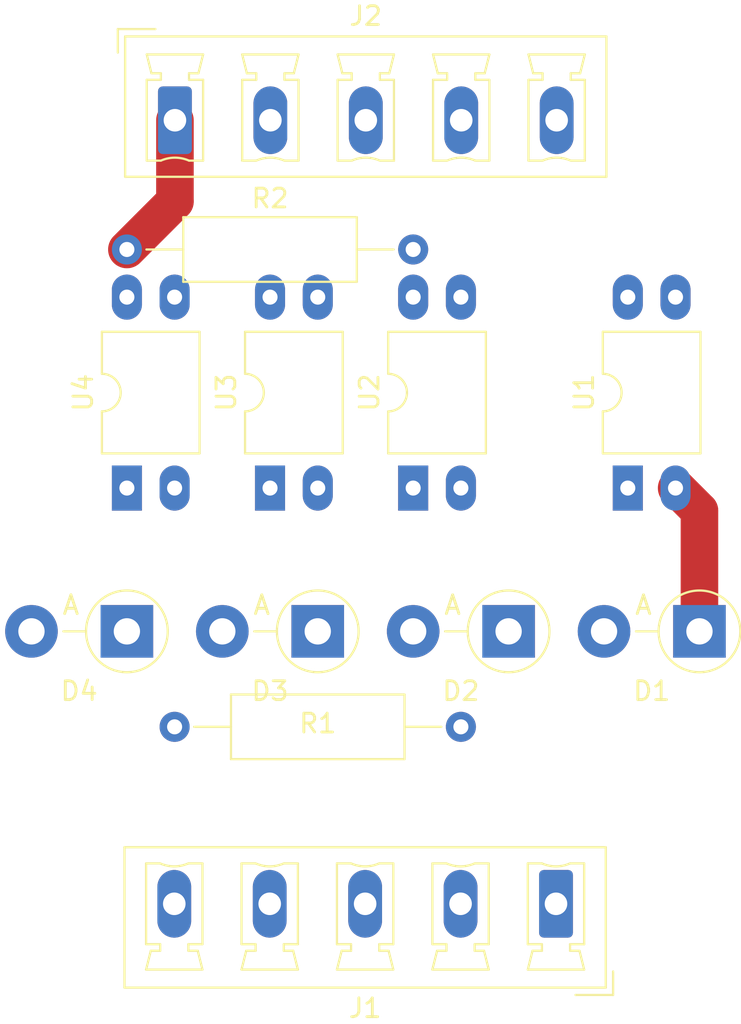
<source format=kicad_pcb>
(kicad_pcb (version 20211014) (generator pcbnew)
  (layers (0 "F.Cu" signal) (31 "B.Cu" signal) (34 "B.Paste" user) (35 "F.Paste" user) (36 "B.SilkS" user "B.Silkscreen") (37 "F.SilkS" user "F.Silkscreen") (38 "B.Mask" user) (39 "F.Mask" user) (44 "Edge.Cuts" user))
  (net 0 "")
  (net 1 "Net-(J1-Pad5)")
  (net 2 "Net-(D1-Pad1)")
  (net 3 "Net-(D1-Pad2)")
  (net 4 "Net-(D2-Pad2)")
  (net 5 "Net-(D3-Pad2)")
  (net 6 "Net-(D4-Pad2)")
  (net 7 "Net-(J2-Pad1)")
  (net 8 "Net-(J2-Pad2)")
  (net 9 "Net-(J2-Pad3)")
  (net 10 "Net-(J2-Pad4)")
  (net 11 "Net-(J2-Pad5)")
  (net 12 "Net-(R2-Pad2)")
  (footprint "Package_DIP:DIP-4_W10.16mm_LongPads" (layer "F.Cu") (at 33.02 45.715 90)
    (fp_text reference "U3" (at 5.08 -2.33 90) (layer "F.SilkS"))
    (fp_text value "SFH617A-1")
    (fp_line (start 8.315 -1.33) (end 6.08 -1.33) (layer "F.SilkS") (width 0.12))
    (fp_line (start 1.845 -1.33) (end 1.845 3.87) (layer "F.SilkS") (width 0.12))
    (fp_line (start 8.315 3.87) (end 8.315 -1.33) (layer "F.SilkS") (width 0.12))
    (fp_line (start 4.08 -1.33) (end 1.845 -1.33) (layer "F.SilkS") (width 0.12))
    (fp_line (start 1.845 3.87) (end 8.315 3.87) (layer "F.SilkS") (width 0.12))
    (fp_arc (start 6.08 -1.33) (mid 5.08 -0.33) (end 4.08 -1.33) (layer "F.SilkS") (width 0.12))
    (pad "1" thru_hole rect (at 0 0 90) (size 2.4 1.6) (drill 0.8) (layers *.Cu *.Mask) (net 5 "Net-(D3-Pad2)"))
    (pad "2" thru_hole oval (at 0 2.54 90) (size 2.4 1.6) (drill 0.8) (layers *.Cu *.Mask) (net 2 "Net-(D1-Pad1)"))
    (pad "3" thru_hole oval (at 10.16 2.54 90) (size 2.4 1.6) (drill 0.8) (layers *.Cu *.Mask) (net 9 "Net-(J2-Pad3)"))
    (pad "4" thru_hole oval (at 10.16 0 90) (size 2.4 1.6) (drill 0.8) (layers *.Cu *.Mask) (net 12 "Net-(R2-Pad2)"))
  )
  (footprint "Resistor_THT:R_Axial_DIN0309_L9.0mm_D3.2mm_P15.24mm_Horizontal" (layer "F.Cu") (at 25.4 33.02)
    (fp_text reference "R2" (at 7.62 -2.72) (layer "F.SilkS"))
    (fp_text value "R")
    (fp_line (start 3 1.72) (end 12.24 1.72) (layer "F.SilkS") (width 0.12))
    (fp_line (start 14.2 0) (end 12.24 0) (layer "F.SilkS") (width 0.12))
    (fp_line (start 3 -1.72) (end 3 1.72) (layer "F.SilkS") (width 0.12))
    (fp_line (start 1.04 0) (end 3 0) (layer "F.SilkS") (width 0.12))
    (fp_line (start 12.24 -1.72) (end 3 -1.72) (layer "F.SilkS") (width 0.12))
    (fp_line (start 12.24 1.72) (end 12.24 -1.72) (layer "F.SilkS") (width 0.12))
    (pad "1" thru_hole circle (at 0 0) (size 1.6 1.6) (drill 0.8) (layers *.Cu *.Mask) (net 7 "Net-(J2-Pad1)"))
    (pad "2" thru_hole oval (at 15.24 0) (size 1.6 1.6) (drill 0.8) (layers *.Cu *.Mask) (net 12 "Net-(R2-Pad2)"))
  )
  (footprint "Connector_Phoenix_MC_HighVoltage:PhoenixContact_MCV_1,5_5-G-5.08_1x05_P5.08mm_Vertical" (layer "F.Cu") (at 27.9575 26.1425)
    (fp_text reference "J2" (at 10.16 -5.55) (layer "F.SilkS"))
    (fp_text value "Conn_01x05_Female")
    (fp_line (start -2.65 -4.46) (end -2.65 3.01) (layer "F.SilkS") (width 0.12))
    (fp_line (start -1.5 2.15) (end -1.5 -2.15) (layer "F.SilkS") (width 0.12))
    (fp_line (start 8.66 -2.15) (end 9.41 -2.15) (layer "F.SilkS") (width 0.12))
    (fp_line (start 21.82 -2.15) (end 21.82 2.15) (layer "F.SilkS") (width 0.12))
    (fp_line (start -0.75 -2.5) (end -1.25 -2.5) (layer "F.SilkS") (width 0.12))
    (fp_line (start 1.5 -2.15) (end 1.5 2.15) (layer "F.SilkS") (width 0.12))
    (fp_line (start 14.49 2.15) (end 13.74 2.15) (layer "F.SilkS") (width 0.12))
    (fp_line (start 9.41 2.15) (end 8.66 2.15) (layer "F.SilkS") (width 0.12))
    (fp_line (start 0.75 -2.5) (end 0.75 -2.15) (layer "F.SilkS") (width 0.12))
    (fp_line (start -0.75 2.15) (end -1.5 2.15) (layer "F.SilkS") (width 0.12))
    (fp_line (start 19.57 2.15) (end 18.82 2.15) (layer "F.SilkS") (width 0.12))
    (fp_line (start -1.5 -3.5) (end 1.5 -3.5) (layer "F.SilkS") (width 0.12))
    (fp_line (start 6.58 2.15) (end 5.83 2.15) (layer "F.SilkS") (width 0.12))
    (fp_line (start 19.57 -2.5) (end 19.07 -2.5) (layer "F.SilkS") (width 0.12))
    (fp_line (start 22.97 3.01) (end 22.97 -4.46) (layer "F.SilkS") (width 0.12))
    (fp_line (start 4.33 -2.15) (end 4.33 -2.5) (layer "F.SilkS") (width 0.12))
    (fp_line (start 6.33 -2.5) (end 5.83 -2.5) (layer "F.SilkS") (width 0.12))
    (fp_line (start 5.83 -2.15) (end 6.58 -2.15) (layer "F.SilkS") (width 0.12))
    (fp_line (start 13.74 2.15) (end 13.74 -2.15) (layer "F.SilkS") (width 0.12))
    (fp_line (start -2.65 3.01) (end 22.97 3.01) (layer "F.SilkS") (width 0.12))
    (fp_line (start 4.33 2.15) (end 3.58 2.15) (layer "F.SilkS") (width 0.12))
    (fp_line (start 3.58 -3.5) (end 6.58 -3.5) (layer "F.SilkS") (width 0.12))
    (fp_line (start 21.07 -2.5) (end 21.07 -2.15) (layer "F.SilkS") (width 0.12))
    (fp_line (start 3.83 -2.5) (end 3.58 -3.5) (layer "F.SilkS") (width 0.12))
    (fp_line (start 5.83 -2.5) (end 5.83 -2.15) (layer "F.SilkS") (width 0.12))
    (fp_line (start 6.58 -2.15) (end 6.58 2.15) (layer "F.SilkS") (width 0.12))
    (fp_line (start 10.91 -2.5) (end 10.91 -2.15) (layer "F.SilkS") (width 0.12))
    (fp_line (start 8.91 -2.5) (end 8.66 -3.5) (layer "F.SilkS") (width 0.12))
    (fp_line (start 22.97 -4.46) (end -2.65 -4.46) (layer "F.SilkS") (width 0.12))
    (fp_line (start 16.74 -3.5) (end 16.49 -2.5) (layer "F.SilkS") (width 0.12))
    (fp_line (start 18.82 2.15) (end 18.82 -2.15) (layer "F.SilkS") (width 0.12))
    (fp_line (start 19.07 -2.5) (end 18.82 -3.5) (layer "F.SilkS") (width 0.12))
    (fp_line (start 13.74 -2.15) (end 14.49 -2.15) (layer "F.SilkS") (width 0.12))
    (fp_line (start 8.66 2.15) (end 8.66 -2.15) (layer "F.SilkS") (width 0.12))
    (fp_line (start 1.5 -3.5) (end 1.25 -2.5) (layer "F.SilkS") (width 0.12))
    (fp_line (start -3.04 -4.85) (end -1.04 -4.85) (layer "F.SilkS") (width 0.12))
    (fp_line (start 1.5 2.15) (end 0.75 2.15) (layer "F.SilkS") (width 0.12))
    (fp_line (start 3.58 -2.15) (end 4.33 -2.15) (layer "F.SilkS") (width 0.12))
    (fp_line (start -3.04 -3.6) (end -3.04 -4.85) (layer "F.SilkS") (width 0.12))
    (fp_line (start 14.49 -2.15) (end 14.49 -2.5) (layer "F.SilkS") (width 0.12))
    (fp_line (start 1.25 -2.5) (end 0.75 -2.5) (layer "F.SilkS") (width 0.12))
    (fp_line (start 15.99 -2.15) (end 16.74 -2.15) (layer "F.SilkS") (width 0.12))
    (fp_line (start 3.58 2.15) (end 3.58 -2.15) (layer "F.SilkS") (width 0.12))
    (fp_line (start 19.57 -2.15) (end 19.57 -2.5) (layer "F.SilkS") (width 0.12))
    (fp_line (start 16.74 -2.15) (end 16.74 2.15) (layer "F.SilkS") (width 0.12))
    (fp_line (start 15.99 -2.5) (end 15.99 -2.15) (layer "F.SilkS") (width 0.12))
    (fp_line (start 18.82 -2.15) (end 19.57 -2.15) (layer "F.SilkS") (width 0.12))
    (fp_line (start 11.66 -2.15) (end 11.66 2.15) (layer "F.SilkS") (width 0.12))
    (fp_line (start 16.49 -2.5) (end 15.99 -2.5) (layer "F.SilkS") (width 0.12))
    (fp_line (start 0.75 -2.15) (end 1.5 -2.15) (layer "F.SilkS") (width 0.12))
    (fp_line (start 11.66 2.15) (end 10.91 2.15) (layer "F.SilkS") (width 0.12))
    (fp_line (start 21.07 -2.15) (end 21.82 -2.15) (layer "F.SilkS") (width 0.12))
    (fp_line (start 21.82 2.15) (end 21.07 2.15) (layer "F.SilkS") (width 0.12))
    (fp_line (start 16.74 2.15) (end 15.99 2.15) (layer "F.SilkS") (width 0.12))
    (fp_line (start 11.41 -2.5) (end 10.91 -2.5) (layer "F.SilkS") (width 0.12))
    (fp_line (start 11.66 -3.5) (end 11.41 -2.5) (layer "F.SilkS") (width 0.12))
    (fp_line (start -1.25 -2.5) (end -1.5 -3.5) (layer "F.SilkS") (width 0.12))
    (fp_line (start 10.91 -2.15) (end 11.66 -2.15) (layer "F.SilkS") (width 0.12))
    (fp_line (start 13.99 -2.5) (end 13.74 -3.5) (layer "F.SilkS") (width 0.12))
    (fp_line (start 21.57 -2.5) (end 21.07 -2.5) (layer "F.SilkS") (width 0.12))
    (fp_line (start 4.33 -2.5) (end 3.83 -2.5) (layer "F.SilkS") (width 0.12))
    (fp_line (start -1.5 -2.15) (end -0.75 -2.15) (layer "F.SilkS") (width 0.12))
    (fp_line (start 18.82 -3.5) (end 21.82 -3.5) (layer "F.SilkS") (width 0.12))
    (fp_line (start 21.82 -3.5) (end 21.57 -2.5) (layer "F.SilkS") (width 0.12))
    (fp_line (start 6.58 -3.5) (end 6.33 -2.5) (layer "F.SilkS") (width 0.12))
    (fp_line (start 8.66 -3.5) (end 11.66 -3.5) (layer "F.SilkS") (width 0.12))
    (fp_line (start -0.75 -2.15) (end -0.75 -2.5) (layer "F.SilkS") (width 0.12))
    (fp_line (start 9.41 -2.15) (end 9.41 -2.5) (layer "F.SilkS") (width 0.12))
    (fp_line (start 14.49 -2.5) (end 13.99 -2.5) (layer "F.SilkS") (width 0.12))
    (fp_line (start 9.41 -2.5) (end 8.91 -2.5) (layer "F.SilkS") (width 0.12))
    (fp_line (start 13.74 -3.5) (end 16.74 -3.5) (layer "F.SilkS") (width 0.12))
    (fp_arc (start 4.33 2.15) (mid 5.079807 1.99191) (end 5.829647 2.149844) (layer "F.SilkS") (width 0.12))
    (fp_arc (start 19.57 2.15) (mid 20.319807 1.99191) (end 21.069647 2.149844) (layer "F.SilkS") (width 0.12))
    (fp_arc (start 14.49 2.15) (mid 15.239807 1.99191) (end 15.989647 2.149844) (layer "F.SilkS") (width 0.12))
    (fp_arc (start 9.41 2.15) (mid 10.159807 1.99191) (end 10.909647 2.149844) (layer "F.SilkS") (width 0.12))
    (fp_arc (start -0.75 2.15) (mid -0.000193 1.99191) (end 0.749647 2.149844) (layer "F.SilkS") (width 0.12))
    (pad "1" thru_hole roundrect (at 0 0) (size 1.8 3.6) (drill 1.2) (layers *.Cu *.Mask) (roundrect_rratio 0.138889) (net 7 "Net-(J2-Pad1)"))
    (pad "2" thru_hole oval (at 5.08 0) (size 1.8 3.6) (drill 1.2) (layers *.Cu *.Mask) (net 8 "Net-(J2-Pad2)"))
    (pad "3" thru_hole oval (at 10.16 0) (size 1.8 3.6) (drill 1.2) (layers *.Cu *.Mask) (net 9 "Net-(J2-Pad3)"))
    (pad "4" thru_hole oval (at 15.24 0) (size 1.8 3.6) (drill 1.2) (layers *.Cu *.Mask) (net 10 "Net-(J2-Pad4)"))
    (pad "5" thru_hole oval (at 20.32 0) (size 1.8 3.6) (drill 1.2) (layers *.Cu *.Mask) (net 11 "Net-(J2-Pad5)"))
  )
  (footprint "Diode_THT:D_5W_P5.08mm_Vertical_AnodeUp" (layer "F.Cu") (at 45.72 53.34 180)
    (fp_text reference "D2" (at 2.54 -3.174899 180) (layer "F.SilkS"))
    (fp_text value "LED")
    (fp_text user "A" (at 2.98 1.4 180) (layer "F.SilkS"))
    (fp_line (start 2.174899 0) (end 3.38 0) (layer "F.SilkS") (width 0.12))
    (fp_circle (center 0 0) (end 2.174899 0) (layer "F.SilkS") (width 0.12) (fill none))
    (pad "1" thru_hole rect (at 0 0 180) (size 2.8 2.8) (drill 1.4) (layers *.Cu *.Mask) (net 2 "Net-(D1-Pad1)"))
    (pad "2" thru_hole oval (at 5.08 0 180) (size 2.8 2.8) (drill 1.4) (layers *.Cu *.Mask) (net 4 "Net-(D2-Pad2)"))
  )
  (footprint "Package_DIP:DIP-4_W10.16mm_LongPads" (layer "F.Cu") (at 40.64 45.715 90)
    (fp_text reference "U2" (at 5.08 -2.33 90) (layer "F.SilkS"))
    (fp_text value "SFH617A-1")
    (fp_line (start 1.845 -1.33) (end 1.845 3.87) (layer "F.SilkS") (width 0.12))
    (fp_line (start 8.315 -1.33) (end 6.08 -1.33) (layer "F.SilkS") (width 0.12))
    (fp_line (start 4.08 -1.33) (end 1.845 -1.33) (layer "F.SilkS") (width 0.12))
    (fp_line (start 8.315 3.87) (end 8.315 -1.33) (layer "F.SilkS") (width 0.12))
    (fp_line (start 1.845 3.87) (end 8.315 3.87) (layer "F.SilkS") (width 0.12))
    (fp_arc (start 6.08 -1.33) (mid 5.08 -0.33) (end 4.08 -1.33) (layer "F.SilkS") (width 0.12))
    (pad "1" thru_hole rect (at 0 0 90) (size 2.4 1.6) (drill 0.8) (layers *.Cu *.Mask) (net 4 "Net-(D2-Pad2)"))
    (pad "2" thru_hole oval (at 0 2.54 90) (size 2.4 1.6) (drill 0.8) (layers *.Cu *.Mask) (net 2 "Net-(D1-Pad1)"))
    (pad "3" thru_hole oval (at 10.16 2.54 90) (size 2.4 1.6) (drill 0.8) (layers *.Cu *.Mask) (net 10 "Net-(J2-Pad4)"))
    (pad "4" thru_hole oval (at 10.16 0 90) (size 2.4 1.6) (drill 0.8) (layers *.Cu *.Mask) (net 12 "Net-(R2-Pad2)"))
  )
  (footprint "Diode_THT:D_5W_P5.08mm_Vertical_AnodeUp" (layer "F.Cu") (at 25.4 53.34 180)
    (fp_text reference "D4" (at 2.54 -3.174899) (layer "F.SilkS"))
    (fp_text value "LED")
    (fp_text user "A" (at 2.98 1.4) (layer "F.SilkS"))
    (fp_line (start 2.174899 0) (end 3.38 0) (layer "F.SilkS") (width 0.12))
    (fp_circle (center 0 0) (end 2.174899 0) (layer "F.SilkS") (width 0.12) (fill none))
    (pad "1" thru_hole rect (at 0 0 180) (size 2.8 2.8) (drill 1.4) (layers *.Cu *.Mask) (net 2 "Net-(D1-Pad1)"))
    (pad "2" thru_hole oval (at 5.08 0 180) (size 2.8 2.8) (drill 1.4) (layers *.Cu *.Mask) (net 6 "Net-(D4-Pad2)"))
  )
  (footprint "Package_DIP:DIP-4_W10.16mm_LongPads" (layer "F.Cu") (at 52.065 45.715 90)
    (fp_text reference "U1" (at 5.08 -2.33 90) (layer "F.SilkS"))
    (fp_text value "SFH617A-1")
    (fp_line (start 1.845 -1.33) (end 1.845 3.87) (layer "F.SilkS") (width 0.12))
    (fp_line (start 8.315 3.87) (end 8.315 -1.33) (layer "F.SilkS") (width 0.12))
    (fp_line (start 1.845 3.87) (end 8.315 3.87) (layer "F.SilkS") (width 0.12))
    (fp_line (start 8.315 -1.33) (end 6.08 -1.33) (layer "F.SilkS") (width 0.12))
    (fp_line (start 4.08 -1.33) (end 1.845 -1.33) (layer "F.SilkS") (width 0.12))
    (fp_arc (start 6.08 -1.33) (mid 5.08 -0.33) (end 4.08 -1.33) (layer "F.SilkS") (width 0.12))
    (pad "1" thru_hole rect (at 0 0 90) (size 2.4 1.6) (drill 0.8) (layers *.Cu *.Mask) (net 3 "Net-(D1-Pad2)"))
    (pad "2" thru_hole oval (at 0 2.54 90) (size 2.4 1.6) (drill 0.8) (layers *.Cu *.Mask) (net 2 "Net-(D1-Pad1)"))
    (pad "3" thru_hole oval (at 10.16 2.54 90) (size 2.4 1.6) (drill 0.8) (layers *.Cu *.Mask) (net 11 "Net-(J2-Pad5)"))
    (pad "4" thru_hole oval (at 10.16 0 90) (size 2.4 1.6) (drill 0.8) (layers *.Cu *.Mask) (net 12 "Net-(R2-Pad2)"))
  )
  (footprint "Connector_Phoenix_MC_HighVoltage:PhoenixContact_MCV_1,5_5-G-5.08_1x05_P5.08mm_Vertical" (layer "F.Cu") (at 48.2425 67.8375 180)
    (fp_text reference "J1" (at 10.16 -5.55) (layer "F.SilkS"))
    (fp_text value "Conn_01x05_Female")
    (fp_line (start 11.66 -2.15) (end 11.66 2.15) (layer "F.SilkS") (width 0.12))
    (fp_line (start 10.91 -2.5) (end 10.91 -2.15) (layer "F.SilkS") (width 0.12))
    (fp_line (start 15.99 -2.15) (end 16.74 -2.15) (layer "F.SilkS") (width 0.12))
    (fp_line (start 1.5 -3.5) (end 1.25 -2.5) (layer "F.SilkS") (width 0.12))
    (fp_line (start 8.66 2.15) (end 8.66 -2.15) (layer "F.SilkS") (width 0.12))
    (fp_line (start 21.82 2.15) (end 21.07 2.15) (layer "F.SilkS") (width 0.12))
    (fp_line (start 1.25 -2.5) (end 0.75 -2.5) (layer "F.SilkS") (width 0.12))
    (fp_line (start 19.07 -2.5) (end 18.82 -3.5) (layer "F.SilkS") (width 0.12))
    (fp_line (start 0.75 -2.15) (end 1.5 -2.15) (layer "F.SilkS") (width 0.12))
    (fp_line (start -0.75 -2.5) (end -1.25 -2.5) (layer "F.SilkS") (width 0.12))
    (fp_line (start 14.49 2.15) (end 13.74 2.15) (layer "F.SilkS") (width 0.12))
    (fp_line (start -3.04 -3.6) (end -3.04 -4.85) (layer "F.SilkS") (width 0.12))
    (fp_line (start 19.57 -2.5) (end 19.07 -2.5) (layer "F.SilkS") (width 0.12))
    (fp_line (start 16.49 -2.5) (end 15.99 -2.5) (layer "F.SilkS") (width 0.12))
    (fp_line (start 16.74 -2.15) (end 16.74 2.15) (layer "F.SilkS") (width 0.12))
    (fp_line (start -0.75 -2.15) (end -0.75 -2.5) (layer "F.SilkS") (width 0.12))
    (fp_line (start 21.57 -2.5) (end 21.07 -2.5) (layer "F.SilkS") (width 0.12))
    (fp_line (start 4.33 -2.15) (end 4.33 -2.5) (layer "F.SilkS") (width 0.12))
    (fp_line (start 14.49 -2.15) (end 14.49 -2.5) (layer "F.SilkS") (width 0.12))
    (fp_line (start 13.74 2.15) (end 13.74 -2.15) (layer "F.SilkS") (width 0.12))
    (fp_line (start 19.57 -2.15) (end 19.57 -2.5) (layer "F.SilkS") (width 0.12))
    (fp_line (start 1.5 -2.15) (end 1.5 2.15) (layer "F.SilkS") (width 0.12))
    (fp_line (start 14.49 -2.5) (end 13.99 -2.5) (layer "F.SilkS") (width 0.12))
    (fp_line (start 19.57 2.15) (end 18.82 2.15) (layer "F.SilkS") (width 0.12))
    (fp_line (start 18.82 -2.15) (end 19.57 -2.15) (layer "F.SilkS") (width 0.12))
    (fp_line (start 6.33 -2.5) (end 5.83 -2.5) (layer "F.SilkS") (width 0.12))
    (fp_line (start -1.5 -2.15) (end -0.75 -2.15) (layer "F.SilkS") (width 0.12))
    (fp_line (start -0.75 2.15) (end -1.5 2.15) (layer "F.SilkS") (width 0.12))
    (fp_line (start 3.58 2.15) (end 3.58 -2.15) (layer "F.SilkS") (width 0.12))
    (fp_line (start 11.66 2.15) (end 10.91 2.15) (layer "F.SilkS") (width 0.12))
    (fp_line (start -3.04 -4.85) (end -1.04 -4.85) (layer "F.SilkS") (width 0.12))
    (fp_line (start 21.07 -2.15) (end 21.82 -2.15) (layer "F.SilkS") (width 0.12))
    (fp_line (start 5.83 -2.15) (end 6.58 -2.15) (layer "F.SilkS") (width 0.12))
    (fp_line (start 1.5 2.15) (end 0.75 2.15) (layer "F.SilkS") (width 0.12))
    (fp_line (start 3.58 -2.15) (end 4.33 -2.15) (layer "F.SilkS") (width 0.12))
    (fp_line (start -1.5 -3.5) (end 1.5 -3.5) (layer "F.SilkS") (width 0.12))
    (fp_line (start 11.66 -3.5) (end 11.41 -2.5) (layer "F.SilkS") (width 0.12))
    (fp_line (start 15.99 -2.5) (end 15.99 -2.15) (layer "F.SilkS") (width 0.12))
    (fp_line (start 16.74 -3.5) (end 16.49 -2.5) (layer "F.SilkS") (width 0.12))
    (fp_line (start 4.33 2.15) (end 3.58 2.15) (layer "F.SilkS") (width 0.12))
    (fp_line (start 6.58 -3.5) (end 6.33 -2.5) (layer "F.SilkS") (width 0.12))
    (fp_line (start 3.58 -3.5) (end 6.58 -3.5) (layer "F.SilkS") (width 0.12))
    (fp_line (start 6.58 -2.15) (end 6.58 2.15) (layer "F.SilkS") (width 0.12))
    (fp_line (start 9.41 -2.15) (end 9.41 -2.5) (layer "F.SilkS") (width 0.12))
    (fp_line (start 9.41 2.15) (end 8.66 2.15) (layer "F.SilkS") (width 0.12))
    (fp_line (start 13.99 -2.5) (end 13.74 -3.5) (layer "F.SilkS") (width 0.12))
    (fp_line (start 22.97 3.01) (end 22.97 -4.46) (layer "F.SilkS") (width 0.12))
    (fp_line (start 3.83 -2.5) (end 3.58 -3.5) (layer "F.SilkS") (width 0.12))
    (fp_line (start 13.74 -2.15) (end 14.49 -2.15) (layer "F.SilkS") (width 0.12))
    (fp_line (start 4.33 -2.5) (end 3.83 -2.5) (layer "F.SilkS") (width 0.12))
    (fp_line (start -1.5 2.15) (end -1.5 -2.15) (layer "F.SilkS") (width 0.12))
    (fp_line (start 21.82 -2.15) (end 21.82 2.15) (layer "F.SilkS") (width 0.12))
    (fp_line (start 8.91 -2.5) (end 8.66 -3.5) (layer "F.SilkS") (width 0.12))
    (fp_line (start 21.07 -2.5) (end 21.07 -2.15) (layer "F.SilkS") (width 0.12))
    (fp_line (start 10.91 -2.15) (end 11.66 -2.15) (layer "F.SilkS") (width 0.12))
    (fp_line (start 9.41 -2.5) (end 8.91 -2.5) (layer "F.SilkS") (width 0.12))
    (fp_line (start 8.66 -3.5) (end 11.66 -3.5) (layer "F.SilkS") (width 0.12))
    (fp_line (start 18.82 -3.5) (end 21.82 -3.5) (layer "F.SilkS") (width 0.12))
    (fp_line (start -1.25 -2.5) (end -1.5 -3.5) (layer "F.SilkS") (width 0.12))
    (fp_line (start -2.65 -4.46) (end -2.65 3.01) (layer "F.SilkS") (width 0.12))
    (fp_line (start 6.58 2.15) (end 5.83 2.15) (layer "F.SilkS") (width 0.12))
    (fp_line (start 13.74 -3.5) (end 16.74 -3.5) (layer "F.SilkS") (width 0.12))
    (fp_line (start 11.41 -2.5) (end 10.91 -2.5) (layer "F.SilkS") (width 0.12))
    (fp_line (start 18.82 2.15) (end 18.82 -2.15) (layer "F.SilkS") (width 0.12))
    (fp_line (start -2.65 3.01) (end 22.97 3.01) (layer "F.SilkS") (width 0.12))
    (fp_line (start 0.75 -2.5) (end 0.75 -2.15) (layer "F.SilkS") (width 0.12))
    (fp_line (start 5.83 -2.5) (end 5.83 -2.15) (layer "F.SilkS") (width 0.12))
    (fp_line (start 22.97 -4.46) (end -2.65 -4.46) (layer "F.SilkS") (width 0.12))
    (fp_line (start 8.66 -2.15) (end 9.41 -2.15) (layer "F.SilkS") (width 0.12))
    (fp_line (start 21.82 -3.5) (end 21.57 -2.5) (layer "F.SilkS") (width 0.12))
    (fp_line (start 16.74 2.15) (end 15.99 2.15) (layer "F.SilkS") (width 0.12))
    (fp_arc (start 19.57 2.15) (mid 20.319807 1.99191) (end 21.069647 2.149844) (layer "F.SilkS") (width 0.12))
    (fp_arc (start 14.49 2.15) (mid 15.239807 1.99191) (end 15.989647 2.149844) (layer "F.SilkS") (width 0.12))
    (fp_arc (start -0.75 2.15) (mid -0.000193 1.99191) (end 0.749647 2.149844) (layer "F.SilkS") (width 0.12))
    (fp_arc (start 9.41 2.15) (mid 10.159807 1.99191) (end 10.909647 2.149844) (layer "F.SilkS") (width 0.12))
    (fp_arc (start 4.33 2.15) (mid 5.079807 1.99191) (end 5.829647 2.149844) (layer "F.SilkS") (width 0.12))
    (pad "1" thru_hole roundrect (at 0 0 180) (size 1.8 3.6) (drill 1.2) (layers *.Cu *.Mask) (roundrect_rratio 0.138889) (net 3 "Net-(D1-Pad2)"))
    (pad "2" thru_hole oval (at 5.08 0 180) (size 1.8 3.6) (drill 1.2) (layers *.Cu *.Mask) (net 4 "Net-(D2-Pad2)"))
    (pad "3" thru_hole oval (at 10.16 0 180) (size 1.8 3.6) (drill 1.2) (layers *.Cu *.Mask) (net 5 "Net-(D3-Pad2)"))
    (pad "4" thru_hole oval (at 15.24 0 180) (size 1.8 3.6) (drill 1.2) (layers *.Cu *.Mask) (net 6 "Net-(D4-Pad2)"))
    (pad "5" thru_hole oval (at 20.32 0 180) (size 1.8 3.6) (drill 1.2) (layers *.Cu *.Mask) (net 1 "Net-(J1-Pad5)"))
  )
  (footprint "Diode_THT:D_5W_P5.08mm_Vertical_AnodeUp" (layer "F.Cu") (at 35.56 53.34 180)
    (fp_text reference "D3" (at 2.54 -3.174899 180) (layer "F.SilkS"))
    (fp_text value "LED")
    (fp_text user "A" (at 2.98 1.4 180) (layer "F.SilkS"))
    (fp_line (start 2.174899 0) (end 3.38 0) (layer "F.SilkS") (width 0.12))
    (fp_circle (center 0 0) (end 2.174899 0) (layer "F.SilkS") (width 0.12) (fill none))
    (pad "1" thru_hole rect (at 0 0 180) (size 2.8 2.8) (drill 1.4) (layers *.Cu *.Mask) (net 2 "Net-(D1-Pad1)"))
    (pad "2" thru_hole oval (at 5.08 0 180) (size 2.8 2.8) (drill 1.4) (layers *.Cu *.Mask) (net 5 "Net-(D3-Pad2)"))
  )
  (footprint "Resistor_THT:R_Axial_DIN0309_L9.0mm_D3.2mm_P15.24mm_Horizontal" (layer "F.Cu") (at 27.94 58.42)
    (fp_text reference "R1" (at 7.62 -0.18) (layer "F.SilkS"))
    (fp_text value "R")
    (fp_line (start 12.24 1.72) (end 12.24 -1.72) (layer "F.SilkS") (width 0.12))
    (fp_line (start 3 1.72) (end 12.24 1.72) (layer "F.SilkS") (width 0.12))
    (fp_line (start 14.2 0) (end 12.24 0) (layer "F.SilkS") (width 0.12))
    (fp_line (start 12.24 -1.72) (end 3 -1.72) (layer "F.SilkS") (width 0.12))
    (fp_line (start 1.04 0) (end 3 0) (layer "F.SilkS") (width 0.12))
    (fp_line (start 3 -1.72) (end 3 1.72) (layer "F.SilkS") (width 0.12))
    (pad "1" thru_hole circle (at 0 0) (size 1.6 1.6) (drill 0.8) (layers *.Cu *.Mask) (net 1 "Net-(J1-Pad5)"))
    (pad "2" thru_hole oval (at 15.24 0) (size 1.6 1.6) (drill 0.8) (layers *.Cu *.Mask) (net 2 "Net-(D1-Pad1)"))
  )
  (footprint "Package_DIP:DIP-4_W10.16mm_LongPads" (layer "F.Cu") (at 25.4 45.715 90)
    (fp_text reference "U4" (at 5.08 -2.33 90) (layer "F.SilkS"))
    (fp_text value "SFH617A-1")
    (fp_line (start 1.845 -1.33) (end 1.845 3.87) (layer "F.SilkS") (width 0.12))
    (fp_line (start 1.845 3.87) (end 8.315 3.87) (layer "F.SilkS") (width 0.12))
    (fp_line (start 8.315 -1.33) (end 6.08 -1.33) (layer "F.SilkS") (width 0.12))
    (fp_line (start 4.08 -1.33) (end 1.845 -1.33) (layer "F.SilkS") (width 0.12))
    (fp_line (start 8.315 3.87) (end 8.315 -1.33) (layer "F.SilkS") (width 0.12))
    (fp_arc (start 6.08 -1.33) (mid 5.08 -0.33) (end 4.08 -1.33) (layer "F.SilkS") (width 0.12))
    (pad "1" thru_hole rect (at 0 0 90) (size 2.4 1.6) (drill 0.8) (layers *.Cu *.Mask) (net 6 "Net-(D4-Pad2)"))
    (pad "2" thru_hole oval (at 0 2.54 90) (size 2.4 1.6) (drill 0.8) (layers *.Cu *.Mask) (net 2 "Net-(D1-Pad1)"))
    (pad "3" thru_hole oval (at 10.16 2.54 90) (size 2.4 1.6) (drill 0.8) (layers *.Cu *.Mask) (net 8 "Net-(J2-Pad2)"))
    (pad "4" thru_hole oval (at 10.16 0 90) (size 2.4 1.6) (drill 0.8) (layers *.Cu *.Mask) (net 12 "Net-(R2-Pad2)"))
  )
  (footprint "Diode_THT:D_5W_P5.08mm_Vertical_AnodeUp" (layer "F.Cu") (at 55.88 53.34 180)
    (fp_text reference "D1" (at 2.54 -3.174899 180) (layer "F.SilkS"))
    (fp_text value "LED")
    (fp_text user "A" (at 2.98 1.4 180) (layer "F.SilkS"))
    (fp_line (start 2.174899 0) (end 3.38 0) (layer "F.SilkS") (width 0.12))
    (fp_circle (center 0 0) (end 2.174899 0) (layer "F.SilkS") (width 0.12) (fill none))
    (pad "1" thru_hole rect (at 0 0 180) (size 2.8 2.8) (drill 1.4) (layers *.Cu *.Mask) (net 2 "Net-(D1-Pad1)"))
    (pad "2" thru_hole oval (at 5.08 0 180) (size 2.8 2.8) (drill 1.4) (layers *.Cu *.Mask) (net 3 "Net-(D1-Pad2)"))
  )
  (segment (start 55.88 46.93) (end 54.665 45.715) (width 2) (layer "F.Cu") (net 2))
  (segment (start 55.88 53.34) (end 55.88 46.93) (width 2) (layer "F.Cu") (net 2))
  (segment (start 27.9575 30.4625) (end 25.4 33.02) (width 2) (layer "F.Cu") (net 7))
  (segment (start 27.9575 26.1425) (end 27.9575 30.4625) (width 2) (layer "F.Cu") (net 7))
)
</source>
